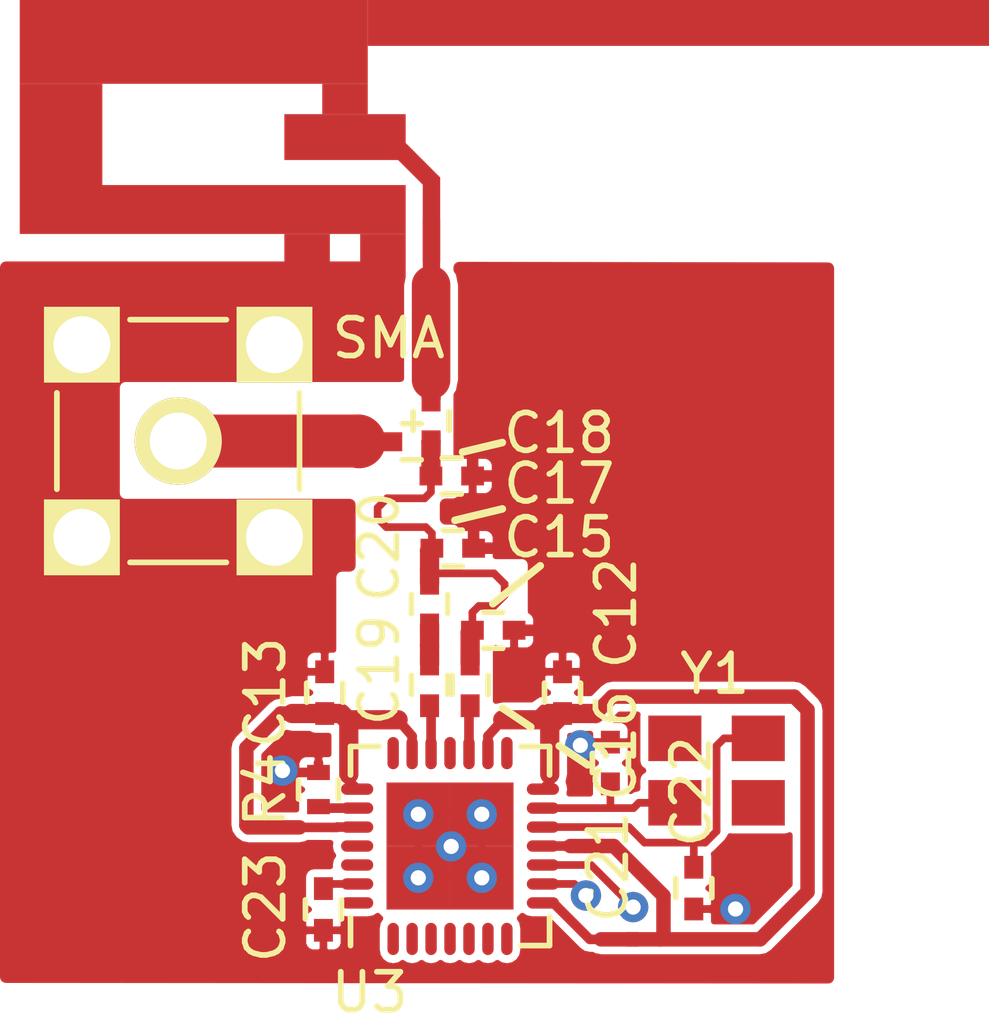
<source format=kicad_pcb>
(kicad_pcb (version 20170123) (host pcbnew "(2017-05-18 revision 2a3a699d9)-master")

  (general
    (links 45)
    (no_connects 4)
    (area 126 65.9276 152.2524 93.2949)
    (thickness 0.8)
    (drawings 5)
    (tracks 190)
    (zones 0)
    (modules 18)
    (nets 24)
  )

  (page A4)
  (layers
    (0 F.Cu signal)
    (31 B.Cu signal)
    (32 B.Adhes user)
    (33 F.Adhes user)
    (34 B.Paste user)
    (35 F.Paste user)
    (36 B.SilkS user)
    (37 F.SilkS user)
    (38 B.Mask user)
    (39 F.Mask user)
    (40 Dwgs.User user)
    (41 Cmts.User user)
    (42 Eco1.User user)
    (43 Eco2.User user)
    (44 Edge.Cuts user)
    (45 Margin user)
    (46 B.CrtYd user)
    (47 F.CrtYd user)
    (48 B.Fab user)
    (49 F.Fab user hide)
  )

  (setup
    (last_trace_width 0.2032)
    (user_trace_width 0.2032)
    (user_trace_width 0.254)
    (user_trace_width 0.3048)
    (user_trace_width 0.381)
    (user_trace_width 0.4572)
    (user_trace_width 0.508)
    (user_trace_width 1.016)
    (user_trace_width 1.397)
    (trace_clearance 0.1524)
    (zone_clearance 0.2032)
    (zone_45_only no)
    (trace_min 0.2032)
    (segment_width 0.2)
    (edge_width 0.15)
    (via_size 0.8)
    (via_drill 0.4)
    (via_min_size 0.4572)
    (via_min_drill 0.3048)
    (user_via 0.5842 0.381)
    (uvia_size 0.3)
    (uvia_drill 0.1)
    (uvias_allowed no)
    (uvia_min_size 0)
    (uvia_min_drill 0)
    (pcb_text_width 0.3)
    (pcb_text_size 1.5 1.5)
    (mod_edge_width 0.15)
    (mod_text_size 1 1)
    (mod_text_width 0.15)
    (pad_size 2 2)
    (pad_drill 1.5)
    (pad_to_mask_clearance 0.2)
    (aux_axis_origin 83 117)
    (grid_origin 83 117)
    (visible_elements FFFFFF7F)
    (pcbplotparams
      (layerselection 0x010f0_ffffffff)
      (usegerberextensions true)
      (excludeedgelayer true)
      (linewidth 0.100000)
      (plotframeref false)
      (viasonmask false)
      (mode 1)
      (useauxorigin false)
      (hpglpennumber 1)
      (hpglpenspeed 20)
      (hpglpendiameter 15)
      (psnegative false)
      (psa4output false)
      (plotreference true)
      (plotvalue true)
      (plotinvisibletext false)
      (padsonsilk false)
      (subtractmaskfromsilk false)
      (outputformat 1)
      (mirror false)
      (drillshape 0)
      (scaleselection 1)
      (outputdirectory ""))
  )

  (net 0 "")
  (net 1 GND)
  (net 2 "Net-(A1-Pad1)")
  (net 3 /Radio/RF_VDD)
  (net 4 "Net-(C15-Pad1)")
  (net 5 "Net-(C16-Pad2)")
  (net 6 "Net-(C19-Pad2)")
  (net 7 "Net-(C21-Pad1)")
  (net 8 "Net-(C22-Pad1)")
  (net 9 "Net-(C23-Pad1)")
  (net 10 "Net-(JP3-Pad1)")
  (net 11 "Net-(R4-Pad1)")
  (net 12 /Radio/RF_MISO)
  (net 13 /Radio/RF_MOSI)
  (net 14 /Radio/RF_nPDN)
  (net 15 /Radio/RF_nRST)
  (net 16 /Radio/RF_GPIO0)
  (net 17 /Radio/RF_GPIO1)
  (net 18 /Radio/RF_GPIO2)
  (net 19 /Radio/RF_GPIO3)
  (net 20 /Radio/RF_GPIO4)
  (net 21 /Radio/RF_GPIO5)
  (net 22 /Radio/RF_SCK)
  (net 23 /Radio/RF_nCS)

  (net_class Default "Это класс цепей по умолчанию."
    (clearance 0.1524)
    (trace_width 0.2032)
    (via_dia 0.8)
    (via_drill 0.4)
    (uvia_dia 0.3)
    (uvia_drill 0.1)
    (add_net /Radio/RF_GPIO0)
    (add_net /Radio/RF_GPIO1)
    (add_net /Radio/RF_GPIO2)
    (add_net /Radio/RF_GPIO3)
    (add_net /Radio/RF_GPIO4)
    (add_net /Radio/RF_GPIO5)
    (add_net /Radio/RF_MCO)
    (add_net /Radio/RF_MISO)
    (add_net /Radio/RF_MOSI)
    (add_net /Radio/RF_SCK)
    (add_net /Radio/RF_VDD)
    (add_net /Radio/RF_nCS)
    (add_net /Radio/RF_nPDN)
    (add_net /Radio/RF_nRST)
    (add_net GND)
    (add_net "Net-(A1-Pad1)")
    (add_net "Net-(C15-Pad1)")
    (add_net "Net-(C16-Pad2)")
    (add_net "Net-(C19-Pad2)")
    (add_net "Net-(C21-Pad1)")
    (add_net "Net-(C22-Pad1)")
    (add_net "Net-(C23-Pad1)")
    (add_net "Net-(JP3-Pad1)")
    (add_net "Net-(R4-Pad1)")
  )

  (module Capacitors_SMD:C_0402 (layer F.Cu) (tedit 5415D599) (tstamp 57A5496F)
    (at 140.837184 84.34542 90)
    (descr "Capacitor SMD 0402, reflow soldering, AVX (see smccp.pdf)")
    (tags "capacitor 0402")
    (path /57A536C5/57A557C3)
    (attr smd)
    (fp_text reference C12 (at 2.09542 1.412816 90) (layer F.SilkS)
      (effects (font (size 1 1) (thickness 0.15)))
    )
    (fp_text value 100nF (at 0 1.7 90) (layer F.Fab)
      (effects (font (size 1 1) (thickness 0.15)))
    )
    (fp_line (start -1.15 -0.6) (end 1.15 -0.6) (layer F.CrtYd) (width 0.05))
    (fp_line (start -1.15 0.6) (end 1.15 0.6) (layer F.CrtYd) (width 0.05))
    (fp_line (start -1.15 -0.6) (end -1.15 0.6) (layer F.CrtYd) (width 0.05))
    (fp_line (start 1.15 -0.6) (end 1.15 0.6) (layer F.CrtYd) (width 0.05))
    (fp_line (start 0.25 -0.475) (end -0.25 -0.475) (layer F.SilkS) (width 0.15))
    (fp_line (start -0.25 0.475) (end 0.25 0.475) (layer F.SilkS) (width 0.15))
    (pad 1 smd rect (at -0.55 0 90) (size 0.6 0.5) (layers F.Cu F.Paste F.Mask)
      (net 3 /Radio/RF_VDD))
    (pad 2 smd rect (at 0.55 0 90) (size 0.6 0.5) (layers F.Cu F.Paste F.Mask)
      (net 1 GND))
    (model Capacitors_SMD.3dshapes/C_0402.wrl
      (at (xyz 0 0 0))
      (scale (xyz 1 1 1))
      (rotate (xyz 0 0 0))
    )
  )

  (module Capacitors_SMD:C_0402 (layer F.Cu) (tedit 5415D599) (tstamp 57A54975)
    (at 134.564654 84.345367 90)
    (descr "Capacitor SMD 0402, reflow soldering, AVX (see smccp.pdf)")
    (tags "capacitor 0402")
    (path /57A536C5/57A56098)
    (attr smd)
    (fp_text reference C13 (at 0 -1.564654 90) (layer F.SilkS)
      (effects (font (size 1 1) (thickness 0.15)))
    )
    (fp_text value 100nF (at 0 1.7 90) (layer F.Fab)
      (effects (font (size 1 1) (thickness 0.15)))
    )
    (fp_line (start -1.15 -0.6) (end 1.15 -0.6) (layer F.CrtYd) (width 0.05))
    (fp_line (start -1.15 0.6) (end 1.15 0.6) (layer F.CrtYd) (width 0.05))
    (fp_line (start -1.15 -0.6) (end -1.15 0.6) (layer F.CrtYd) (width 0.05))
    (fp_line (start 1.15 -0.6) (end 1.15 0.6) (layer F.CrtYd) (width 0.05))
    (fp_line (start 0.25 -0.475) (end -0.25 -0.475) (layer F.SilkS) (width 0.15))
    (fp_line (start -0.25 0.475) (end 0.25 0.475) (layer F.SilkS) (width 0.15))
    (pad 1 smd rect (at -0.55 0 90) (size 0.6 0.5) (layers F.Cu F.Paste F.Mask)
      (net 3 /Radio/RF_VDD))
    (pad 2 smd rect (at 0.55 0 90) (size 0.6 0.5) (layers F.Cu F.Paste F.Mask)
      (net 1 GND))
    (model Capacitors_SMD.3dshapes/C_0402.wrl
      (at (xyz 0 0 0))
      (scale (xyz 1 1 1))
      (rotate (xyz 0 0 0))
    )
  )

  (module Capacitors_SMD:C_0402 (layer F.Cu) (tedit 5415D599) (tstamp 57A54981)
    (at 139.01 82.7)
    (descr "Capacitor SMD 0402, reflow soldering, AVX (see smccp.pdf)")
    (tags "capacitor 0402")
    (path /57A536C5/57A571ED)
    (attr smd)
    (fp_text reference C15 (at 1.74 -2.45) (layer F.SilkS)
      (effects (font (size 1 1) (thickness 0.15)))
    )
    (fp_text value 1.8pF (at 0 1.7) (layer F.Fab)
      (effects (font (size 1 1) (thickness 0.15)))
    )
    (fp_line (start -1.15 -0.6) (end 1.15 -0.6) (layer F.CrtYd) (width 0.05))
    (fp_line (start -1.15 0.6) (end 1.15 0.6) (layer F.CrtYd) (width 0.05))
    (fp_line (start -1.15 -0.6) (end -1.15 0.6) (layer F.CrtYd) (width 0.05))
    (fp_line (start 1.15 -0.6) (end 1.15 0.6) (layer F.CrtYd) (width 0.05))
    (fp_line (start 0.25 -0.475) (end -0.25 -0.475) (layer F.SilkS) (width 0.15))
    (fp_line (start -0.25 0.475) (end 0.25 0.475) (layer F.SilkS) (width 0.15))
    (pad 1 smd rect (at -0.55 0) (size 0.6 0.5) (layers F.Cu F.Paste F.Mask)
      (net 4 "Net-(C15-Pad1)"))
    (pad 2 smd rect (at 0.55 0) (size 0.6 0.5) (layers F.Cu F.Paste F.Mask)
      (net 1 GND))
    (model Capacitors_SMD.3dshapes/C_0402.wrl
      (at (xyz 0 0 0))
      (scale (xyz 1 1 1))
      (rotate (xyz 0 0 0))
    )
  )

  (module Capacitors_SMD:C_0402 (layer F.Cu) (tedit 5415D599) (tstamp 57A54987)
    (at 138.4 84.14 270)
    (descr "Capacitor SMD 0402, reflow soldering, AVX (see smccp.pdf)")
    (tags "capacitor 0402")
    (path /57A536C5/57A56F4F)
    (attr smd)
    (fp_text reference C16 (at 1.61 -3.85 270) (layer F.SilkS)
      (effects (font (size 1 1) (thickness 0.15)))
    )
    (fp_text value 39pF (at 0 1.7 270) (layer F.Fab)
      (effects (font (size 1 1) (thickness 0.15)))
    )
    (fp_line (start -1.15 -0.6) (end 1.15 -0.6) (layer F.CrtYd) (width 0.05))
    (fp_line (start -1.15 0.6) (end 1.15 0.6) (layer F.CrtYd) (width 0.05))
    (fp_line (start -1.15 -0.6) (end -1.15 0.6) (layer F.CrtYd) (width 0.05))
    (fp_line (start 1.15 -0.6) (end 1.15 0.6) (layer F.CrtYd) (width 0.05))
    (fp_line (start 0.25 -0.475) (end -0.25 -0.475) (layer F.SilkS) (width 0.15))
    (fp_line (start -0.25 0.475) (end 0.25 0.475) (layer F.SilkS) (width 0.15))
    (pad 1 smd rect (at -0.55 0 270) (size 0.6 0.5) (layers F.Cu F.Paste F.Mask)
      (net 4 "Net-(C15-Pad1)"))
    (pad 2 smd rect (at 0.55 0 270) (size 0.6 0.5) (layers F.Cu F.Paste F.Mask)
      (net 5 "Net-(C16-Pad2)"))
    (model Capacitors_SMD.3dshapes/C_0402.wrl
      (at (xyz 0 0 0))
      (scale (xyz 1 1 1))
      (rotate (xyz 0 0 0))
    )
  )

  (module Capacitors_SMD:C_0402 (layer F.Cu) (tedit 5415D599) (tstamp 57A5498D)
    (at 137.941547 80.5366)
    (descr "Capacitor SMD 0402, reflow soldering, AVX (see smccp.pdf)")
    (tags "capacitor 0402")
    (path /57A536C5/57A57AF4)
    (attr smd)
    (fp_text reference C17 (at 2.808453 -1.7) (layer F.SilkS)
      (effects (font (size 1 1) (thickness 0.15)))
    )
    (fp_text value 1.8pF (at 0 1.7) (layer F.Fab)
      (effects (font (size 1 1) (thickness 0.15)))
    )
    (fp_line (start -1.15 -0.6) (end 1.15 -0.6) (layer F.CrtYd) (width 0.05))
    (fp_line (start -1.15 0.6) (end 1.15 0.6) (layer F.CrtYd) (width 0.05))
    (fp_line (start -1.15 -0.6) (end -1.15 0.6) (layer F.CrtYd) (width 0.05))
    (fp_line (start 1.15 -0.6) (end 1.15 0.6) (layer F.CrtYd) (width 0.05))
    (fp_line (start 0.25 -0.475) (end -0.25 -0.475) (layer F.SilkS) (width 0.15))
    (fp_line (start -0.25 0.475) (end 0.25 0.475) (layer F.SilkS) (width 0.15))
    (pad 1 smd rect (at -0.55 0) (size 0.6 0.5) (layers F.Cu F.Paste F.Mask)
      (net 4 "Net-(C15-Pad1)"))
    (pad 2 smd rect (at 0.55 0) (size 0.6 0.5) (layers F.Cu F.Paste F.Mask)
      (net 1 GND))
    (model Capacitors_SMD.3dshapes/C_0402.wrl
      (at (xyz 0 0 0))
      (scale (xyz 1 1 1))
      (rotate (xyz 0 0 0))
    )
  )

  (module Capacitors_SMD:C_0402 (layer F.Cu) (tedit 5415D599) (tstamp 57A54993)
    (at 137.915967 78.6316)
    (descr "Capacitor SMD 0402, reflow soldering, AVX (see smccp.pdf)")
    (tags "capacitor 0402")
    (path /57A536C5/57A57D99)
    (attr smd)
    (fp_text reference C18 (at 2.834033 -1.1316) (layer F.SilkS)
      (effects (font (size 1 1) (thickness 0.15)))
    )
    (fp_text value 1pF (at 0 1.7) (layer F.Fab)
      (effects (font (size 1 1) (thickness 0.15)))
    )
    (fp_line (start -1.15 -0.6) (end 1.15 -0.6) (layer F.CrtYd) (width 0.05))
    (fp_line (start -1.15 0.6) (end 1.15 0.6) (layer F.CrtYd) (width 0.05))
    (fp_line (start -1.15 -0.6) (end -1.15 0.6) (layer F.CrtYd) (width 0.05))
    (fp_line (start 1.15 -0.6) (end 1.15 0.6) (layer F.CrtYd) (width 0.05))
    (fp_line (start 0.25 -0.475) (end -0.25 -0.475) (layer F.SilkS) (width 0.15))
    (fp_line (start -0.25 0.475) (end 0.25 0.475) (layer F.SilkS) (width 0.15))
    (pad 1 smd rect (at -0.55 0) (size 0.6 0.5) (layers F.Cu F.Paste F.Mask)
      (net 4 "Net-(C15-Pad1)"))
    (pad 2 smd rect (at 0.55 0) (size 0.6 0.5) (layers F.Cu F.Paste F.Mask)
      (net 1 GND))
    (model Capacitors_SMD.3dshapes/C_0402.wrl
      (at (xyz 0 0 0))
      (scale (xyz 1 1 1))
      (rotate (xyz 0 0 0))
    )
  )

  (module Capacitors_SMD:C_0402 (layer F.Cu) (tedit 57A5CAF4) (tstamp 57A54999)
    (at 137.33 84.14 270)
    (descr "Capacitor SMD 0402, reflow soldering, AVX (see smccp.pdf)")
    (tags "capacitor 0402")
    (path /57A536C5/57A56C52)
    (attr smd)
    (fp_text reference C19 (at -0.39 1.33 270) (layer F.SilkS)
      (effects (font (size 1 1) (thickness 0.15)))
    )
    (fp_text value 82pF (at 0 1.7 270) (layer F.Fab)
      (effects (font (size 1 1) (thickness 0.15)))
    )
    (fp_line (start -1.15 -0.6) (end 1.15 -0.6) (layer F.CrtYd) (width 0.05))
    (fp_line (start -1.15 0.6) (end 1.15 0.6) (layer F.CrtYd) (width 0.05))
    (fp_line (start -1.15 -0.6) (end -1.15 0.6) (layer F.CrtYd) (width 0.05))
    (fp_line (start 1.15 -0.6) (end 1.15 0.6) (layer F.CrtYd) (width 0.05))
    (fp_line (start 0.25 -0.475) (end -0.25 -0.475) (layer F.SilkS) (width 0.15))
    (fp_line (start -0.25 0.475) (end 0.25 0.475) (layer F.SilkS) (width 0.15))
    (pad 1 smd rect (at -0.55 0 270) (size 0.6 0.5) (layers F.Cu F.Paste F.Mask)
      (net 1 GND))
    (pad 2 smd rect (at 0.55 0 270) (size 0.6 0.5) (layers F.Cu F.Paste F.Mask)
      (net 6 "Net-(C19-Pad2)"))
    (model Capacitors_SMD.3dshapes/C_0402.wrl
      (at (xyz 0 0 0))
      (scale (xyz 1 1 1))
      (rotate (xyz 0 0 0))
    )
  )

  (module Capacitors_SMD:C_0402 (layer F.Cu) (tedit 5415D599) (tstamp 57A5499F)
    (at 137.33 82.01 270)
    (descr "Capacitor SMD 0402, reflow soldering, AVX (see smccp.pdf)")
    (tags "capacitor 0402")
    (path /57A536C5/57A57456)
    (attr smd)
    (fp_text reference C20 (at -1.51 1.33 270) (layer F.SilkS)
      (effects (font (size 1 1) (thickness 0.15)))
    )
    (fp_text value 1.5pF (at 0 1.7 270) (layer F.Fab)
      (effects (font (size 1 1) (thickness 0.15)))
    )
    (fp_line (start -1.15 -0.6) (end 1.15 -0.6) (layer F.CrtYd) (width 0.05))
    (fp_line (start -1.15 0.6) (end 1.15 0.6) (layer F.CrtYd) (width 0.05))
    (fp_line (start -1.15 -0.6) (end -1.15 0.6) (layer F.CrtYd) (width 0.05))
    (fp_line (start 1.15 -0.6) (end 1.15 0.6) (layer F.CrtYd) (width 0.05))
    (fp_line (start 0.25 -0.475) (end -0.25 -0.475) (layer F.SilkS) (width 0.15))
    (fp_line (start -0.25 0.475) (end 0.25 0.475) (layer F.SilkS) (width 0.15))
    (pad 1 smd rect (at -0.55 0 270) (size 0.6 0.5) (layers F.Cu F.Paste F.Mask)
      (net 4 "Net-(C15-Pad1)"))
    (pad 2 smd rect (at 0.55 0 270) (size 0.6 0.5) (layers F.Cu F.Paste F.Mask)
      (net 1 GND))
    (model Capacitors_SMD.3dshapes/C_0402.wrl
      (at (xyz 0 0 0))
      (scale (xyz 1 1 1))
      (rotate (xyz 0 0 0))
    )
  )

  (module Capacitors_SMD:C_0402 (layer F.Cu) (tedit 5415D599) (tstamp 57A549A5)
    (at 142.1 86.2 90)
    (descr "Capacitor SMD 0402, reflow soldering, AVX (see smccp.pdf)")
    (tags "capacitor 0402")
    (path /57A536C5/57A5475D)
    (attr smd)
    (fp_text reference C21 (at -2.743747 -0.06294 90) (layer F.SilkS)
      (effects (font (size 1 1) (thickness 0.15)))
    )
    (fp_text value 22pF (at 0 1.7 90) (layer F.Fab)
      (effects (font (size 1 1) (thickness 0.15)))
    )
    (fp_line (start -1.15 -0.6) (end 1.15 -0.6) (layer F.CrtYd) (width 0.05))
    (fp_line (start -1.15 0.6) (end 1.15 0.6) (layer F.CrtYd) (width 0.05))
    (fp_line (start -1.15 -0.6) (end -1.15 0.6) (layer F.CrtYd) (width 0.05))
    (fp_line (start 1.15 -0.6) (end 1.15 0.6) (layer F.CrtYd) (width 0.05))
    (fp_line (start 0.25 -0.475) (end -0.25 -0.475) (layer F.SilkS) (width 0.15))
    (fp_line (start -0.25 0.475) (end 0.25 0.475) (layer F.SilkS) (width 0.15))
    (pad 1 smd rect (at -0.55 0 90) (size 0.6 0.5) (layers F.Cu F.Paste F.Mask)
      (net 7 "Net-(C21-Pad1)"))
    (pad 2 smd rect (at 0.55 0 90) (size 0.6 0.5) (layers F.Cu F.Paste F.Mask)
      (net 1 GND))
    (model Capacitors_SMD.3dshapes/C_0402.wrl
      (at (xyz 0 0 0))
      (scale (xyz 1 1 1))
      (rotate (xyz 0 0 0))
    )
  )

  (module Capacitors_SMD:C_0402 (layer F.Cu) (tedit 5415D599) (tstamp 57A549AB)
    (at 144.3 89.5 270)
    (descr "Capacitor SMD 0402, reflow soldering, AVX (see smccp.pdf)")
    (tags "capacitor 0402")
    (path /57A536C5/57A547B8)
    (attr smd)
    (fp_text reference C22 (at -2.546273 0.06294 270) (layer F.SilkS)
      (effects (font (size 1 1) (thickness 0.15)))
    )
    (fp_text value 22pF (at 0 1.7 270) (layer F.Fab)
      (effects (font (size 1 1) (thickness 0.15)))
    )
    (fp_line (start -1.15 -0.6) (end 1.15 -0.6) (layer F.CrtYd) (width 0.05))
    (fp_line (start -1.15 0.6) (end 1.15 0.6) (layer F.CrtYd) (width 0.05))
    (fp_line (start -1.15 -0.6) (end -1.15 0.6) (layer F.CrtYd) (width 0.05))
    (fp_line (start 1.15 -0.6) (end 1.15 0.6) (layer F.CrtYd) (width 0.05))
    (fp_line (start 0.25 -0.475) (end -0.25 -0.475) (layer F.SilkS) (width 0.15))
    (fp_line (start -0.25 0.475) (end 0.25 0.475) (layer F.SilkS) (width 0.15))
    (pad 1 smd rect (at -0.55 0 270) (size 0.6 0.5) (layers F.Cu F.Paste F.Mask)
      (net 8 "Net-(C22-Pad1)"))
    (pad 2 smd rect (at 0.55 0 270) (size 0.6 0.5) (layers F.Cu F.Paste F.Mask)
      (net 1 GND))
    (model Capacitors_SMD.3dshapes/C_0402.wrl
      (at (xyz 0 0 0))
      (scale (xyz 1 1 1))
      (rotate (xyz 0 0 0))
    )
  )

  (module Capacitors_SMD:C_0402 (layer F.Cu) (tedit 5415D599) (tstamp 57A549B1)
    (at 134.53106 90.061927 270)
    (descr "Capacitor SMD 0402, reflow soldering, AVX (see smccp.pdf)")
    (tags "capacitor 0402")
    (path /57A536C5/57A55239)
    (attr smd)
    (fp_text reference C23 (at -0.061927 1.53106 270) (layer F.SilkS)
      (effects (font (size 1 1) (thickness 0.15)))
    )
    (fp_text value 100nF (at 0 1.7 270) (layer F.Fab)
      (effects (font (size 1 1) (thickness 0.15)))
    )
    (fp_line (start -1.15 -0.6) (end 1.15 -0.6) (layer F.CrtYd) (width 0.05))
    (fp_line (start -1.15 0.6) (end 1.15 0.6) (layer F.CrtYd) (width 0.05))
    (fp_line (start -1.15 -0.6) (end -1.15 0.6) (layer F.CrtYd) (width 0.05))
    (fp_line (start 1.15 -0.6) (end 1.15 0.6) (layer F.CrtYd) (width 0.05))
    (fp_line (start 0.25 -0.475) (end -0.25 -0.475) (layer F.SilkS) (width 0.15))
    (fp_line (start -0.25 0.475) (end 0.25 0.475) (layer F.SilkS) (width 0.15))
    (pad 1 smd rect (at -0.55 0 270) (size 0.6 0.5) (layers F.Cu F.Paste F.Mask)
      (net 9 "Net-(C23-Pad1)"))
    (pad 2 smd rect (at 0.55 0 270) (size 0.6 0.5) (layers F.Cu F.Paste F.Mask)
      (net 1 GND))
    (model Capacitors_SMD.3dshapes/C_0402.wrl
      (at (xyz 0 0 0))
      (scale (xyz 1 1 1))
      (rotate (xyz 0 0 0))
    )
  )

  (module dongle:SMA (layer F.Cu) (tedit 57A9D72A) (tstamp 57A549FD)
    (at 130.7 77.71)
    (path /57A536C5/591CA5D6)
    (fp_text reference P3 (at -2.95 4.54) (layer F.SilkS) hide
      (effects (font (size 1 1) (thickness 0.15)))
    )
    (fp_text value SMA (at 5.55 -2.71) (layer F.SilkS)
      (effects (font (size 1 1) (thickness 0.15)))
    )
    (fp_line (start -1.27 -3.2) (end 1.27 -3.2) (layer F.SilkS) (width 0.15))
    (fp_line (start 3.2 -1.27) (end 3.2 1.27) (layer F.SilkS) (width 0.15))
    (fp_line (start 1.27 3.2) (end -1.27 3.2) (layer F.SilkS) (width 0.15))
    (fp_line (start -3.2 1.27) (end -3.2 -1.27) (layer F.SilkS) (width 0.15))
    (pad 2 thru_hole rect (at 2.54 -2.54) (size 2 2) (drill 1.5) (layers *.Cu *.Mask F.SilkS)
      (net 1 GND) (zone_connect 2))
    (pad 2 thru_hole rect (at -2.54 -2.54) (size 2 2) (drill 1.5) (layers *.Cu *.Mask F.SilkS)
      (net 1 GND) (zone_connect 2))
    (pad 2 thru_hole rect (at -2.54 2.54) (size 2 2) (drill 1.5) (layers *.Cu *.Mask F.SilkS)
      (net 1 GND) (zone_connect 2))
    (pad 2 thru_hole rect (at 2.54 2.54) (size 2 2) (drill 1.5) (layers *.Cu *.Mask F.SilkS)
      (net 1 GND) (zone_connect 2))
    (pad 1 thru_hole circle (at 0 0) (size 2.3 2.3) (drill 1.5) (layers *.Cu *.Mask F.SilkS)
      (net 10 "Net-(JP3-Pad1)"))
  )

  (module Resistors_SMD:R_0402 (layer F.Cu) (tedit 5415CBB8) (tstamp 57A54A15)
    (at 134.4 86.9 90)
    (descr "Resistor SMD 0402, reflow soldering, Vishay (see dcrcw.pdf)")
    (tags "resistor 0402")
    (path /57A536C5/57A54E9C)
    (attr smd)
    (fp_text reference R4 (at 0 -1.4 90) (layer F.SilkS)
      (effects (font (size 1 1) (thickness 0.15)))
    )
    (fp_text value 56k (at 0 1.8 90) (layer F.Fab)
      (effects (font (size 1 1) (thickness 0.15)))
    )
    (fp_line (start -0.95 -0.65) (end 0.95 -0.65) (layer F.CrtYd) (width 0.05))
    (fp_line (start -0.95 0.65) (end 0.95 0.65) (layer F.CrtYd) (width 0.05))
    (fp_line (start -0.95 -0.65) (end -0.95 0.65) (layer F.CrtYd) (width 0.05))
    (fp_line (start 0.95 -0.65) (end 0.95 0.65) (layer F.CrtYd) (width 0.05))
    (fp_line (start 0.25 -0.525) (end -0.25 -0.525) (layer F.SilkS) (width 0.15))
    (fp_line (start -0.25 0.525) (end 0.25 0.525) (layer F.SilkS) (width 0.15))
    (pad 1 smd rect (at -0.45 0 90) (size 0.4 0.6) (layers F.Cu F.Paste F.Mask)
      (net 11 "Net-(R4-Pad1)"))
    (pad 2 smd rect (at 0.45 0 90) (size 0.4 0.6) (layers F.Cu F.Paste F.Mask)
      (net 1 GND))
    (model Resistors_SMD.3dshapes/R_0402.wrl
      (at (xyz 0 0 0))
      (scale (xyz 1 1 1))
      (rotate (xyz 0 0 0))
    )
  )

  (module Housings_DFN_QFN:QFN-28-1EP_5x5mm_Pitch0.5mm (layer F.Cu) (tedit 57A5C990) (tstamp 57A54A7B)
    (at 137.87 88.39 90)
    (descr "28-Lead Plastic Quad Flat, No Lead Package (MQ) - 5x5x0.9 mm Body [QFN or VQFN]; (see Microchip Packaging Specification 00000049BS.pdf)")
    (tags "QFN 0.5")
    (path /57A536C5/591CAF8D)
    (attr smd)
    (fp_text reference U3 (at -3.86 -2.12 180) (layer F.SilkS)
      (effects (font (size 1 1) (thickness 0.15)))
    )
    (fp_text value CC2520 (at 0 3.875 90) (layer F.Fab)
      (effects (font (size 1 1) (thickness 0.15)))
    )
    (fp_line (start -3.15 -3.15) (end -3.15 3.15) (layer F.CrtYd) (width 0.05))
    (fp_line (start 3.15 -3.15) (end 3.15 3.15) (layer F.CrtYd) (width 0.05))
    (fp_line (start -3.15 -3.15) (end 3.15 -3.15) (layer F.CrtYd) (width 0.05))
    (fp_line (start -3.15 3.15) (end 3.15 3.15) (layer F.CrtYd) (width 0.05))
    (fp_line (start 2.625 -2.625) (end 2.625 -1.875) (layer F.SilkS) (width 0.15))
    (fp_line (start -2.625 2.625) (end -2.625 1.875) (layer F.SilkS) (width 0.15))
    (fp_line (start 2.625 2.625) (end 2.625 1.875) (layer F.SilkS) (width 0.15))
    (fp_line (start -2.625 -2.625) (end -1.875 -2.625) (layer F.SilkS) (width 0.15))
    (fp_line (start -2.625 2.625) (end -1.875 2.625) (layer F.SilkS) (width 0.15))
    (fp_line (start 2.625 2.625) (end 1.875 2.625) (layer F.SilkS) (width 0.15))
    (fp_line (start 2.625 -2.625) (end 1.875 -2.625) (layer F.SilkS) (width 0.15))
    (pad 1 smd oval (at -2.45 -1.5 90) (size 0.85 0.3) (layers F.Cu F.Paste F.Mask)
      (net 12 /Radio/RF_MISO))
    (pad 2 smd oval (at -2.45 -1 90) (size 0.85 0.3) (layers F.Cu F.Paste F.Mask)
      (net 13 /Radio/RF_MOSI))
    (pad 3 smd oval (at -2.45 -0.5 90) (size 0.85 0.3) (layers F.Cu F.Paste F.Mask)
      (net 23 /Radio/RF_nCS))
    (pad 4 smd oval (at -2.45 0 90) (size 0.85 0.3) (layers F.Cu F.Paste F.Mask)
      (net 21 /Radio/RF_GPIO5))
    (pad 5 smd oval (at -2.45 0.5 90) (size 0.85 0.3) (layers F.Cu F.Paste F.Mask)
      (net 20 /Radio/RF_GPIO4))
    (pad 6 smd oval (at -2.45 1 90) (size 0.85 0.3) (layers F.Cu F.Paste F.Mask)
      (net 19 /Radio/RF_GPIO3))
    (pad 7 smd oval (at -2.45 1.5 90) (size 0.85 0.3) (layers F.Cu F.Paste F.Mask)
      (net 18 /Radio/RF_GPIO2))
    (pad 8 smd oval (at -1.5 2.45 180) (size 0.85 0.3) (layers F.Cu F.Paste F.Mask)
      (net 3 /Radio/RF_VDD))
    (pad 9 smd oval (at -1 2.45 180) (size 0.85 0.3) (layers F.Cu F.Paste F.Mask)
      (net 17 /Radio/RF_GPIO1))
    (pad 10 smd oval (at -0.5 2.45 180) (size 0.85 0.3) (layers F.Cu F.Paste F.Mask)
      (net 16 /Radio/RF_GPIO0))
    (pad 11 smd oval (at 0 2.45 180) (size 0.85 0.3) (layers F.Cu F.Paste F.Mask)
      (net 3 /Radio/RF_VDD))
    (pad 12 smd oval (at 0.5 2.45 180) (size 0.85 0.3) (layers F.Cu F.Paste F.Mask)
      (net 8 "Net-(C22-Pad1)"))
    (pad 13 smd oval (at 1 2.45 180) (size 0.85 0.3) (layers F.Cu F.Paste F.Mask)
      (net 7 "Net-(C21-Pad1)"))
    (pad 14 smd oval (at 1.5 2.45 180) (size 0.85 0.3) (layers F.Cu F.Paste F.Mask)
      (net 3 /Radio/RF_VDD))
    (pad 15 smd oval (at 2.45 1.5 90) (size 0.85 0.3) (layers F.Cu F.Paste F.Mask))
    (pad 16 smd oval (at 2.45 1 90) (size 0.85 0.3) (layers F.Cu F.Paste F.Mask)
      (net 3 /Radio/RF_VDD))
    (pad 17 smd oval (at 2.45 0.5 90) (size 0.85 0.3) (layers F.Cu F.Paste F.Mask)
      (net 5 "Net-(C16-Pad2)"))
    (pad 18 smd oval (at 2.45 0 90) (size 0.85 0.3) (layers F.Cu F.Paste F.Mask))
    (pad 19 smd oval (at 2.45 -0.5 90) (size 0.85 0.3) (layers F.Cu F.Paste F.Mask)
      (net 6 "Net-(C19-Pad2)"))
    (pad 20 smd oval (at 2.45 -1 90) (size 0.85 0.3) (layers F.Cu F.Paste F.Mask)
      (net 3 /Radio/RF_VDD))
    (pad 21 smd oval (at 2.45 -1.5 90) (size 0.85 0.3) (layers F.Cu F.Paste F.Mask))
    (pad 22 smd oval (at 1.5 -2.45 180) (size 0.85 0.3) (layers F.Cu F.Paste F.Mask)
      (net 3 /Radio/RF_VDD))
    (pad 23 smd oval (at 1 -2.45 180) (size 0.85 0.3) (layers F.Cu F.Paste F.Mask)
      (net 11 "Net-(R4-Pad1)"))
    (pad 24 smd oval (at 0.5 -2.45 180) (size 0.85 0.3) (layers F.Cu F.Paste F.Mask)
      (net 3 /Radio/RF_VDD))
    (pad 25 smd oval (at 0 -2.45 180) (size 0.85 0.3) (layers F.Cu F.Paste F.Mask)
      (net 15 /Radio/RF_nRST))
    (pad 26 smd oval (at -0.5 -2.45 180) (size 0.85 0.3) (layers F.Cu F.Paste F.Mask)
      (net 14 /Radio/RF_nPDN))
    (pad 27 smd oval (at -1 -2.45 180) (size 0.85 0.3) (layers F.Cu F.Paste F.Mask)
      (net 9 "Net-(C23-Pad1)"))
    (pad 28 smd oval (at -1.5 -2.45 180) (size 0.85 0.3) (layers F.Cu F.Paste F.Mask)
      (net 22 /Radio/RF_SCK))
    (pad 29 smd rect (at 0.8375 0.8375 90) (size 1.675 1.675) (layers F.Cu F.Paste F.Mask)
      (net 1 GND) (solder_paste_margin_ratio -0.2))
    (pad 29 smd rect (at 0.8375 -0.8375 90) (size 1.675 1.675) (layers F.Cu F.Paste F.Mask)
      (net 1 GND) (solder_paste_margin_ratio -0.2))
    (pad 29 smd rect (at -0.8375 0.8375 90) (size 1.675 1.675) (layers F.Cu F.Paste F.Mask)
      (net 1 GND) (solder_paste_margin_ratio -0.2))
    (pad 29 smd rect (at -0.8375 -0.8375 90) (size 1.675 1.675) (layers F.Cu F.Paste F.Mask)
      (net 1 GND) (solder_paste_margin_ratio -0.2))
    (model Housings_DFN_QFN.3dshapes/QFN-28-1EP_5x5mm_Pitch0.5mm.wrl
      (at (xyz 0 0 0))
      (scale (xyz 1 1 1))
      (rotate (xyz 0 0 0))
    )
  )

  (module dongle:Crystal_3225 (layer F.Cu) (tedit 57A542E9) (tstamp 57A54A83)
    (at 144.9 86.4)
    (path /57A536C5/57A54618)
    (fp_text reference Y1 (at -0.05 -2.55) (layer F.SilkS)
      (effects (font (size 1 1) (thickness 0.15)))
    )
    (fp_text value 32MHz (at 0 0) (layer F.Fab)
      (effects (font (size 1 1) (thickness 0.15)))
    )
    (pad 1 smd rect (at -1.1 0.85) (size 1.4 1.2) (layers F.Cu F.Paste F.Mask)
      (net 7 "Net-(C21-Pad1)"))
    (pad 2 smd rect (at 1.1 -0.85) (size 1.4 1.2) (layers F.Cu F.Paste F.Mask)
      (net 8 "Net-(C22-Pad1)"))
    (pad "" smd rect (at 1.1 0.85) (size 1.4 1.2) (layers F.Cu F.Paste F.Mask))
    (pad "" smd rect (at -1.1 -0.85) (size 1.4 1.2) (layers F.Cu F.Paste F.Mask))
  )

  (module Capacitors_SMD:C_0402 (layer F.Cu) (tedit 57A5CB22) (tstamp 57A56407)
    (at 136.86 77.73)
    (descr "Capacitor SMD 0402, reflow soldering, AVX (see smccp.pdf)")
    (tags "capacitor 0402")
    (path /57A536C5/57A58B54)
    (attr smd)
    (fp_text reference JP3 (at 2.39 -2.23) (layer F.SilkS) hide
      (effects (font (size 1 1) (thickness 0.15)))
    )
    (fp_text value Jumper_NC_Small (at 0 1.7) (layer F.Fab)
      (effects (font (size 1 1) (thickness 0.15)))
    )
    (fp_line (start -1.15 -0.6) (end 1.15 -0.6) (layer F.CrtYd) (width 0.05))
    (fp_line (start -1.15 0.6) (end 1.15 0.6) (layer F.CrtYd) (width 0.05))
    (fp_line (start -1.15 -0.6) (end -1.15 0.6) (layer F.CrtYd) (width 0.05))
    (fp_line (start 1.15 -0.6) (end 1.15 0.6) (layer F.CrtYd) (width 0.05))
    (fp_line (start 0.25 -0.475) (end -0.25 -0.475) (layer F.SilkS) (width 0.15))
    (fp_line (start -0.25 0.475) (end 0.25 0.475) (layer F.SilkS) (width 0.15))
    (pad 1 smd rect (at -0.55 0) (size 0.6 0.5) (layers F.Cu F.Paste F.Mask)
      (net 10 "Net-(JP3-Pad1)"))
    (pad 2 smd rect (at 0.51 0) (size 0.5 0.5) (layers F.Cu F.Paste F.Mask)
      (net 4 "Net-(C15-Pad1)"))
    (model Capacitors_SMD.3dshapes/C_0402.wrl
      (at (xyz 0 0 0))
      (scale (xyz 1 1 1))
      (rotate (xyz 0 0 0))
    )
  )

  (module Capacitors_SMD:C_0402 (layer F.Cu) (tedit 57A5CB26) (tstamp 57A5640C)
    (at 137.37 77.18 90)
    (descr "Capacitor SMD 0402, reflow soldering, AVX (see smccp.pdf)")
    (tags "capacitor 0402")
    (path /57A536C5/57A59690)
    (attr smd)
    (fp_text reference JP4 (at 0 -1.7 90) (layer F.SilkS) hide
      (effects (font (size 1 1) (thickness 0.15)))
    )
    (fp_text value Jumper_NO_Small (at 0 1.7 90) (layer F.Fab)
      (effects (font (size 1 1) (thickness 0.15)))
    )
    (fp_line (start -1.15 -0.6) (end 1.15 -0.6) (layer F.CrtYd) (width 0.05))
    (fp_line (start -1.15 0.6) (end 1.15 0.6) (layer F.CrtYd) (width 0.05))
    (fp_line (start -1.15 -0.6) (end -1.15 0.6) (layer F.CrtYd) (width 0.05))
    (fp_line (start 1.15 -0.6) (end 1.15 0.6) (layer F.CrtYd) (width 0.05))
    (fp_line (start 0.25 -0.475) (end -0.25 -0.475) (layer F.SilkS) (width 0.15))
    (fp_line (start -0.25 0.475) (end 0.25 0.475) (layer F.SilkS) (width 0.15))
    (pad 1 smd rect (at -0.55 0 90) (size 0.6 0.5) (layers F.Cu F.Paste F.Mask)
      (net 4 "Net-(C15-Pad1)"))
    (pad 2 smd rect (at 0.55 0 90) (size 0.6 0.5) (layers F.Cu F.Paste F.Mask)
      (net 2 "Net-(A1-Pad1)"))
    (model Capacitors_SMD.3dshapes/C_0402.wrl
      (at (xyz 0 0 0))
      (scale (xyz 1 1 1))
      (rotate (xyz 0 0 0))
    )
  )

  (module dongle:INV_F_ANT (layer F.Cu) (tedit 57A5CBB0) (tstamp 57A54927)
    (at 135.7 67.29)
    (path /57A536C5/57A59ED0)
    (fp_text reference A1 (at 0 6.985) (layer F.SilkS) hide
      (effects (font (size 1 1) (thickness 0.15)))
    )
    (fp_text value INV_F_ANT (at 0 4.445) (layer F.Fab)
      (effects (font (size 1 1) (thickness 0.15)))
    )
    (pad "" smd rect (at 8.2 -0.605) (size 16.4 1.21) (layers F.Cu F.Paste))
    (pad "" smd rect (at -4.59 -0.105) (size 9.18 2.21) (layers F.Cu F.Paste))
    (pad "" smd rect (at -0.6 1.4) (size 1.2 0.8) (layers F.Cu F.Paste))
    (pad "" smd rect (at -0.6 2.405) (size 3.2 1.21) (layers F.Cu F.Paste))
    (pad "" smd rect (at -8.09 2.98) (size 2.18 3.96) (layers F.Cu F.Paste))
    (pad "" smd rect (at -3 4.315) (size 8 1.29) (layers F.Cu F.Paste))
    (pad 2 smd rect (at 0.4 5.33) (size 1.2 0.74) (layers F.Cu F.Paste)
      (net 1 GND) (zone_connect 2))
    (pad 3 smd rect (at -1.6 5.33) (size 1.2 0.74) (layers F.Cu F.Paste)
      (net 1 GND) (zone_connect 2))
    (pad 1 smd rect (at 1.68 4.585) (size 0.46 2.23) (layers F.Cu F.Paste)
      (net 2 "Net-(A1-Pad1)"))
    (pad "" smd rect (at 1.04 2.925 45) (size 0.46 2) (layers F.Cu F.Paste))
  )

  (gr_line (start 138.2 78) (end 139.25 77.75) (layer F.SilkS) (width 0.2))
  (gr_line (start 138 79.8) (end 139.25 79.5) (layer F.SilkS) (width 0.2))
  (gr_line (start 140.25 81) (end 139 82) (layer F.SilkS) (width 0.2))
  (gr_line (start 139.25 84.75) (end 140 85.25) (layer F.SilkS) (width 0.2))
  (gr_line (start 141.5 86.25) (end 140.75 85.75) (layer F.SilkS) (width 0.2))

  (segment (start 144.3 90.05) (end 145.4 90.05) (width 0.2032) (layer F.Cu) (net 1))
  (via (at 145.4 90.05) (size 0.8) (drill 0.4) (layers F.Cu B.Cu) (net 1))
  (segment (start 142.1 85.65) (end 141.390911 85.65) (width 0.2032) (layer F.Cu) (net 1))
  (segment (start 141.390911 85.65) (end 141.3064 85.734511) (width 0.2032) (layer F.Cu) (net 1))
  (via (at 141.3064 85.734511) (size 0.8) (drill 0.4) (layers F.Cu B.Cu) (net 1))
  (segment (start 137.0325 87.5525) (end 137.0525 87.5525) (width 0.3048) (layer F.Cu) (net 1))
  (segment (start 137.0525 87.5525) (end 137.9 88.4) (width 0.3048) (layer F.Cu) (net 1))
  (segment (start 138.7075 87.5525) (end 138.7075 87.5925) (width 0.3048) (layer F.Cu) (net 1))
  (segment (start 138.7075 87.5925) (end 137.9 88.4) (width 0.3048) (layer F.Cu) (net 1))
  (segment (start 137.9 88.4) (end 137.9 88.42) (width 0.3048) (layer F.Cu) (net 1))
  (segment (start 137.9 88.42) (end 138.7075 89.2275) (width 0.3048) (layer F.Cu) (net 1))
  (segment (start 137.0325 89.2275) (end 137.0725 89.2275) (width 0.3048) (layer F.Cu) (net 1))
  (segment (start 137.0725 89.2275) (end 137.9 88.4) (width 0.3048) (layer F.Cu) (net 1))
  (via (at 137.9 88.4) (size 0.8) (drill 0.4) (layers F.Cu B.Cu) (net 1))
  (segment (start 134.1 72.62) (end 134.1 74.31) (width 0.3048) (layer F.Cu) (net 1))
  (segment (start 134.1 74.31) (end 133.24 75.17) (width 0.3048) (layer F.Cu) (net 1))
  (segment (start 136.1 74.7) (end 135.63 75.17) (width 0.3048) (layer F.Cu) (net 1))
  (segment (start 135.63 75.17) (end 133.24 75.17) (width 0.3048) (layer F.Cu) (net 1))
  (segment (start 136.1 72.62) (end 136.1 74.7) (width 0.3048) (layer F.Cu) (net 1))
  (segment (start 128.16 75.17) (end 129.83 75.17) (width 0.2032) (layer F.Cu) (net 1))
  (segment (start 129.83 75.17) (end 130 75) (width 0.2032) (layer F.Cu) (net 1))
  (segment (start 128.16 80.25) (end 128.16 79.0468) (width 0.2032) (layer F.Cu) (net 1))
  (segment (start 128.16 79.0468) (end 127.1132 78) (width 0.2032) (layer F.Cu) (net 1))
  (segment (start 127.1132 78) (end 127 78) (width 0.2032) (layer F.Cu) (net 1))
  (segment (start 133.24 75.17) (end 134.621 75.17) (width 0.381) (layer F.Cu) (net 1))
  (segment (start 134.621 75.17) (end 136.1 73.691) (width 0.381) (layer F.Cu) (net 1))
  (segment (start 136.1 73.691) (end 136.1 72.640501) (width 0.381) (layer F.Cu) (net 1))
  (segment (start 133.24 75.17) (end 133.24 73.789) (width 0.381) (layer F.Cu) (net 1))
  (segment (start 133.24 73.789) (end 134.1 72.929) (width 0.381) (layer F.Cu) (net 1))
  (segment (start 134.1 72.929) (end 134.1 72.640501) (width 0.381) (layer F.Cu) (net 1))
  (via (at 138.7075 89.2275) (size 0.8) (drill 0.4) (layers F.Cu B.Cu) (net 1))
  (segment (start 137.0325 87.5525) (end 138.7075 87.5525) (width 0.2032) (layer F.Cu) (net 1))
  (via (at 138.7075 87.5525) (size 0.8) (drill 0.4) (layers F.Cu B.Cu) (net 1))
  (via (at 137.0325 87.5525) (size 0.8) (drill 0.4) (layers F.Cu B.Cu) (net 1))
  (via (at 137.0325 89.2275) (size 0.8) (drill 0.4) (layers F.Cu B.Cu) (net 1))
  (segment (start 133.5 86.45) (end 133.45 86.4) (width 0.254) (layer F.Cu) (net 1))
  (segment (start 134.4 86.45) (end 133.5 86.45) (width 0.254) (layer F.Cu) (net 1))
  (via (at 133.45 86.4) (size 0.8) (drill 0.4) (layers F.Cu B.Cu) (net 1))
  (segment (start 134.4 86.45) (end 134.4 86.2) (width 0.254) (layer F.Cu) (net 1))
  (segment (start 138.465967 78.6316) (end 138.465967 79.95622) (width 0.2032) (layer F.Cu) (net 1))
  (segment (start 138.465967 79.95622) (end 138.491547 79.9818) (width 0.2032) (layer F.Cu) (net 1))
  (segment (start 140.48 80.8) (end 140.48 82.04) (width 0.3048) (layer F.Cu) (net 1))
  (segment (start 140.48 82.04) (end 140.48 82.49) (width 0.3048) (layer F.Cu) (net 1))
  (segment (start 140.14 83.5) (end 140.48 83.16) (width 0.2032) (layer F.Cu) (net 1))
  (segment (start 139.56 82.7) (end 139.56 83.49) (width 0.2032) (layer F.Cu) (net 1))
  (segment (start 139.56 83.49) (end 139.57 83.5) (width 0.2032) (layer F.Cu) (net 1))
  (segment (start 139.57 83.5) (end 140.14 83.5) (width 0.2032) (layer F.Cu) (net 1))
  (segment (start 140.48 83.16) (end 140.48 82.04) (width 0.2032) (layer F.Cu) (net 1))
  (segment (start 140.48 82.7) (end 140.48 82.49) (width 0.2032) (layer F.Cu) (net 1))
  (segment (start 139.56 82.7) (end 140.1648 82.7) (width 0.3048) (layer F.Cu) (net 1))
  (segment (start 140.1648 82.7) (end 140.48 82.7) (width 0.3048) (layer F.Cu) (net 1))
  (segment (start 139.35 79.67) (end 139.85 80.17) (width 0.3048) (layer F.Cu) (net 1))
  (segment (start 139.85 80.17) (end 140.21 80.53) (width 0.3048) (layer F.Cu) (net 1))
  (segment (start 138.465967 78.6316) (end 138.465967 78.0768) (width 0.3048) (layer F.Cu) (net 1))
  (segment (start 138.465967 78.0768) (end 138.852767 77.69) (width 0.3048) (layer F.Cu) (net 1))
  (segment (start 138.852767 77.69) (end 139.69 77.69) (width 0.3048) (layer F.Cu) (net 1))
  (segment (start 139.69 77.69) (end 139.92 77.92) (width 0.3048) (layer F.Cu) (net 1))
  (segment (start 139.92 77.92) (end 139.92 80.1) (width 0.3048) (layer F.Cu) (net 1))
  (segment (start 139.92 80.1) (end 139.85 80.17) (width 0.3048) (layer F.Cu) (net 1))
  (segment (start 138.465967 78.6316) (end 139.3084 78.6316) (width 0.3048) (layer F.Cu) (net 1))
  (segment (start 139.35 79.67) (end 139.35 78.59) (width 0.3048) (layer F.Cu) (net 1))
  (segment (start 139.3084 78.6316) (end 139.35 78.59) (width 0.3048) (layer F.Cu) (net 1))
  (segment (start 138.491547 80.5366) (end 139.096347 80.5366) (width 0.3048) (layer F.Cu) (net 1))
  (segment (start 140.21 80.53) (end 140.48 80.8) (width 0.3048) (layer F.Cu) (net 1))
  (segment (start 139.096347 80.5366) (end 139.102947 80.53) (width 0.3048) (layer F.Cu) (net 1))
  (segment (start 139.102947 80.53) (end 140.21 80.53) (width 0.3048) (layer F.Cu) (net 1))
  (segment (start 138.491547 80.5366) (end 138.491547 79.9818) (width 0.3048) (layer F.Cu) (net 1))
  (segment (start 138.491547 79.9818) (end 138.803347 79.67) (width 0.3048) (layer F.Cu) (net 1))
  (segment (start 138.803347 79.67) (end 139.35 79.67) (width 0.3048) (layer F.Cu) (net 1))
  (segment (start 137.33 83.1) (end 137.33 82.56) (width 0.508) (layer F.Cu) (net 1))
  (segment (start 137.33 83.59) (end 137.33 83.1) (width 0.508) (layer F.Cu) (net 1))
  (segment (start 137.38 71.875) (end 137.38 73.584402) (width 0.4572) (layer F.Cu) (net 2))
  (segment (start 137.38 73.584402) (end 137.37 73.594402) (width 0.4572) (layer F.Cu) (net 2))
  (segment (start 137.37 76.1) (end 137.37 73.594402) (width 1.016) (layer F.Cu) (net 2))
  (segment (start 137.37 76.58) (end 137.37 76.1) (width 0.508) (layer F.Cu) (net 2))
  (segment (start 143.4 90.85) (end 146.05 90.85) (width 0.381) (layer F.Cu) (net 3))
  (segment (start 146.05 90.85) (end 147.3 89.6) (width 0.381) (layer F.Cu) (net 3))
  (segment (start 146.95 84.45) (end 142.15 84.45) (width 0.381) (layer F.Cu) (net 3))
  (segment (start 147.3 89.6) (end 147.3 84.8) (width 0.381) (layer F.Cu) (net 3))
  (segment (start 147.3 84.8) (end 146.95 84.45) (width 0.381) (layer F.Cu) (net 3))
  (segment (start 142.15 84.45) (end 141.7 84.9) (width 0.381) (layer F.Cu) (net 3))
  (segment (start 143.4 90.85) (end 143.5 90.75) (width 0.381) (layer F.Cu) (net 3))
  (segment (start 143.5 89.7) (end 142.19 88.39) (width 0.381) (layer F.Cu) (net 3))
  (segment (start 143.5 90.75) (end 143.5 89.7) (width 0.381) (layer F.Cu) (net 3))
  (segment (start 142.19 88.39) (end 141.04 88.39) (width 0.381) (layer F.Cu) (net 3))
  (segment (start 132.4984 85.8016) (end 132.4984 87.84578) (width 0.381) (layer F.Cu) (net 3))
  (segment (start 132.4984 87.84578) (end 132.55051 87.89789) (width 0.381) (layer F.Cu) (net 3))
  (segment (start 142.8 90.85) (end 143.4 90.85) (width 0.381) (layer F.Cu) (net 3))
  (segment (start 141.85 90.85) (end 142.8 90.85) (width 0.381) (layer F.Cu) (net 3))
  (segment (start 141.85 90.85) (end 142.495992 90.85) (width 0.254) (layer F.Cu) (net 3))
  (segment (start 142.495992 90.85) (end 142.522996 90.877004) (width 0.254) (layer F.Cu) (net 3))
  (segment (start 140.32 89.89) (end 140.595 89.89) (width 0.254) (layer F.Cu) (net 3))
  (segment (start 140.595 89.89) (end 141.555 90.85) (width 0.254) (layer F.Cu) (net 3))
  (segment (start 141.555 90.85) (end 141.85 90.85) (width 0.254) (layer F.Cu) (net 3))
  (segment (start 142.8 90.85) (end 142.55 90.85) (width 0.381) (layer F.Cu) (net 3))
  (segment (start 133.9 87.89789) (end 132.55051 87.89789) (width 0.381) (layer F.Cu) (net 3))
  (segment (start 134.88 87.9) (end 133.9 87.89789) (width 0.254) (layer F.Cu) (net 3))
  (segment (start 133.9 87.89789) (end 133.9 87.9) (width 0.254) (layer F.Cu) (net 3))
  (segment (start 135.42 87.89) (end 134.89 87.89) (width 0.254) (layer F.Cu) (net 3))
  (segment (start 134.89 87.89) (end 134.88 87.9) (width 0.254) (layer F.Cu) (net 3))
  (segment (start 132.4984 85.8016) (end 133.404633 84.895367) (width 0.381) (layer F.Cu) (net 3))
  (segment (start 133.404633 84.895367) (end 133.704633 84.895367) (width 0.381) (layer F.Cu) (net 3))
  (segment (start 134.564654 84.895367) (end 133.704633 84.895367) (width 0.508) (layer F.Cu) (net 3))
  (segment (start 134.519287 84.85) (end 134.564654 84.895367) (width 0.381) (layer F.Cu) (net 3))
  (segment (start 140.837184 84.89542) (end 141.69542 84.89542) (width 0.508) (layer F.Cu) (net 3))
  (segment (start 141.69542 84.89542) (end 141.7 84.9) (width 0.508) (layer F.Cu) (net 3))
  (segment (start 140.32 89.89) (end 140.414035 89.89) (width 0.254) (layer F.Cu) (net 3))
  (segment (start 142.522996 90.877004) (end 142.55 90.85) (width 0.254) (layer F.Cu) (net 3))
  (segment (start 140.89 88.39) (end 141.04 88.39) (width 0.254) (layer F.Cu) (net 3))
  (segment (start 140.32 88.39) (end 140.89 88.39) (width 0.254) (layer F.Cu) (net 3))
  (segment (start 135.42 86.89) (end 135.2 86.67) (width 0.254) (layer F.Cu) (net 3))
  (segment (start 135.2 86.67) (end 135.2 86.5) (width 0.254) (layer F.Cu) (net 3))
  (segment (start 140.32 86.89) (end 140.5 86.71) (width 0.254) (layer F.Cu) (net 3))
  (segment (start 140.5 86.71) (end 140.5 86.5) (width 0.254) (layer F.Cu) (net 3))
  (segment (start 140.5 85.232604) (end 140.5 86.5) (width 0.508) (layer F.Cu) (net 3))
  (segment (start 140.837184 84.89542) (end 140.5 85.232604) (width 0.508) (layer F.Cu) (net 3))
  (segment (start 135.2 85.1) (end 135.2 86.5) (width 0.508) (layer F.Cu) (net 3))
  (segment (start 134.995367 84.895367) (end 135.2 85.1) (width 0.508) (layer F.Cu) (net 3))
  (segment (start 140.837184 84.89542) (end 140.40458 84.89542) (width 0.508) (layer F.Cu) (net 3))
  (segment (start 140.40458 84.89542) (end 140.23901 85.06099) (width 0.508) (layer F.Cu) (net 3))
  (segment (start 140.23901 85.06099) (end 139.260406 85.06099) (width 0.508) (layer F.Cu) (net 3))
  (segment (start 138.87 85.490406) (end 139.260406 85.06099) (width 0.254) (layer F.Cu) (net 3))
  (segment (start 139.260406 85.06099) (end 139.260406 85.1) (width 0.254) (layer F.Cu) (net 3))
  (segment (start 138.87 85.94) (end 138.87 85.490406) (width 0.254) (layer F.Cu) (net 3))
  (segment (start 136.87 85.490406) (end 136.5 85.06099) (width 0.254) (layer F.Cu) (net 3))
  (segment (start 136.5 85.06099) (end 136.5 85.120406) (width 0.254) (layer F.Cu) (net 3))
  (segment (start 134.995367 84.895367) (end 135.16099 85.06099) (width 0.508) (layer F.Cu) (net 3))
  (segment (start 135.16099 85.06099) (end 136.119811 85.06099) (width 0.508) (layer F.Cu) (net 3))
  (segment (start 136.119811 85.06099) (end 136.5 85.06099) (width 0.508) (layer F.Cu) (net 3))
  (segment (start 134.564654 84.895367) (end 134.995367 84.895367) (width 0.508) (layer F.Cu) (net 3))
  (segment (start 136.87 85.94) (end 136.87 85.490406) (width 0.254) (layer F.Cu) (net 3))
  (segment (start 140.837184 84.89542) (end 140.83458 84.89542) (width 0.508) (layer F.Cu) (net 3))
  (segment (start 137.365967 78.6316) (end 137.365967 77.734033) (width 0.508) (layer F.Cu) (net 4))
  (segment (start 137.365967 77.734033) (end 137.37 77.73) (width 0.508) (layer F.Cu) (net 4))
  (segment (start 137.391547 80.5366) (end 137.391547 80.141547) (width 0.2032) (layer F.Cu) (net 4))
  (segment (start 137.2 79.22) (end 137.365967 79.054033) (width 0.2032) (layer F.Cu) (net 4))
  (segment (start 137.391547 80.141547) (end 137.23 79.98) (width 0.2032) (layer F.Cu) (net 4))
  (segment (start 136.19 79.98) (end 135.96 79.75) (width 0.2032) (layer F.Cu) (net 4))
  (segment (start 137.23 79.98) (end 136.19 79.98) (width 0.2032) (layer F.Cu) (net 4))
  (segment (start 135.96 79.75) (end 135.96 79.47) (width 0.2032) (layer F.Cu) (net 4))
  (segment (start 135.96 79.47) (end 136.21 79.22) (width 0.2032) (layer F.Cu) (net 4))
  (segment (start 136.21 79.22) (end 137.2 79.22) (width 0.2032) (layer F.Cu) (net 4))
  (segment (start 137.365967 79.054033) (end 137.365967 78.6316) (width 0.2032) (layer F.Cu) (net 4))
  (segment (start 137.33 81.46) (end 137.33 81.11) (width 0.508) (layer F.Cu) (net 4))
  (segment (start 137.33 81.11) (end 137.33 80.598147) (width 0.508) (layer F.Cu) (net 4))
  (segment (start 138.46 82.7) (end 138.46 82.23) (width 0.2032) (layer F.Cu) (net 4))
  (segment (start 139.03 82.06) (end 139.31 81.78) (width 0.2032) (layer F.Cu) (net 4))
  (segment (start 138.46 82.23) (end 138.63 82.06) (width 0.2032) (layer F.Cu) (net 4))
  (segment (start 139.31 81.48) (end 139.03 81.2) (width 0.2032) (layer F.Cu) (net 4))
  (segment (start 138.63 82.06) (end 139.03 82.06) (width 0.2032) (layer F.Cu) (net 4))
  (segment (start 139.31 81.78) (end 139.31 81.48) (width 0.2032) (layer F.Cu) (net 4))
  (segment (start 139.03 81.2) (end 137.42 81.2) (width 0.2032) (layer F.Cu) (net 4))
  (segment (start 137.42 81.2) (end 137.33 81.11) (width 0.2032) (layer F.Cu) (net 4))
  (segment (start 137.33 80.598147) (end 137.391547 80.5366) (width 0.508) (layer F.Cu) (net 4))
  (segment (start 138.4 83.59) (end 138.4 82.76) (width 0.508) (layer F.Cu) (net 4))
  (segment (start 138.4 82.76) (end 138.46 82.7) (width 0.508) (layer F.Cu) (net 4))
  (segment (start 138.37 85.94) (end 138.37 84.72) (width 0.254) (layer F.Cu) (net 5))
  (segment (start 138.37 84.72) (end 138.4 84.69) (width 0.254) (layer F.Cu) (net 5))
  (segment (start 137.37 85.94) (end 137.37 84.73) (width 0.254) (layer F.Cu) (net 6))
  (segment (start 137.37 84.73) (end 137.33 84.69) (width 0.254) (layer F.Cu) (net 6))
  (segment (start 142.1 87.39) (end 142.71 87.39) (width 0.2032) (layer F.Cu) (net 7))
  (segment (start 142.71 87.39) (end 142.85 87.25) (width 0.2032) (layer F.Cu) (net 7))
  (segment (start 142.85 87.25) (end 143.8 87.25) (width 0.2032) (layer F.Cu) (net 7))
  (segment (start 142.1 87.39) (end 140.32 87.39) (width 0.2032) (layer F.Cu) (net 7))
  (segment (start 142.1 87.39) (end 142.1 86.75) (width 0.2032) (layer F.Cu) (net 7))
  (segment (start 143 88.3) (end 144.3 88.3) (width 0.2032) (layer F.Cu) (net 8))
  (segment (start 144.3 88.3) (end 144.6 88.3) (width 0.2032) (layer F.Cu) (net 8))
  (segment (start 144.3 88.95) (end 144.3 88.3) (width 0.2032) (layer F.Cu) (net 8))
  (segment (start 140.32 87.89) (end 142.59 87.89) (width 0.2032) (layer F.Cu) (net 8))
  (segment (start 142.59 87.89) (end 143 88.3) (width 0.2032) (layer F.Cu) (net 8))
  (segment (start 144.6 88.3) (end 144.9 88) (width 0.2032) (layer F.Cu) (net 8))
  (segment (start 144.9 88) (end 144.9 85.7468) (width 0.2032) (layer F.Cu) (net 8))
  (segment (start 144.9 85.7468) (end 145.0968 85.55) (width 0.2032) (layer F.Cu) (net 8))
  (segment (start 145.0968 85.55) (end 146 85.55) (width 0.2032) (layer F.Cu) (net 8))
  (segment (start 135.42 89.39) (end 134.652987 89.39) (width 0.2032) (layer F.Cu) (net 9))
  (segment (start 134.652987 89.39) (end 134.53106 89.511927) (width 0.2032) (layer F.Cu) (net 9))
  (segment (start 135.47 77.73) (end 135.45 77.71) (width 1.397) (layer F.Cu) (net 10))
  (segment (start 135.45 77.71) (end 130.7 77.71) (width 1.397) (layer F.Cu) (net 10))
  (segment (start 136.22 77.73) (end 135.47 77.73) (width 0.2032) (layer F.Cu) (net 10))
  (segment (start 135.42 87.39) (end 134.44 87.39) (width 0.254) (layer F.Cu) (net 11))
  (segment (start 134.44 87.39) (end 134.4 87.35) (width 0.254) (layer F.Cu) (net 11))
  (segment (start 135.416926 88.886926) (end 135.42 88.89) (width 0.25) (layer F.Cu) (net 14))
  (segment (start 141.590018 88.89) (end 142.300019 89.600001) (width 0.2032) (layer F.Cu) (net 16))
  (segment (start 140.32 88.89) (end 141.590018 88.89) (width 0.2032) (layer F.Cu) (net 16))
  (segment (start 142.300019 89.600001) (end 142.700018 90) (width 0.2032) (layer F.Cu) (net 16))
  (via (at 142.700018 90) (size 0.8) (drill 0.4) (layers F.Cu B.Cu) (net 16))
  (via (at 141.453413 89.694824) (size 0.8) (drill 0.4) (layers F.Cu B.Cu) (net 17))
  (segment (start 140.32 89.39) (end 141.148589 89.39) (width 0.2032) (layer F.Cu) (net 17))
  (segment (start 141.148589 89.39) (end 141.453413 89.694824) (width 0.2032) (layer F.Cu) (net 17))
  (segment (start 139.37 90.84) (end 139.37 91.115) (width 0.2032) (layer F.Cu) (net 18))

  (zone (net 1) (net_name GND) (layer F.Cu) (tstamp 0) (hatch edge 0.508)
    (connect_pads (clearance 0.2032))
    (min_thickness 0.1524)
    (fill yes (arc_segments 16) (thermal_gap 0.2032) (thermal_bridge_width 0.2032) (smoothing fillet) (radius 0.1524))
    (polygon
      (pts
        (xy 136.7 76.154249) (xy 129.16 76.154249) (xy 129.16 79.234249) (xy 135.38 79.234249) (xy 135.38 81.154249)
        (xy 134.87 81.154249) (xy 134.87 86.644249) (xy 139 86.641108) (xy 139 82.424249) (xy 139.92 82.424249)
        (xy 139.92 80.824249) (xy 138.1 80.824249) (xy 138.1 79.914249) (xy 137.6 79.914249) (xy 137.6 79.224249)
        (xy 138.1 79.224249) (xy 138.1 78.184249) (xy 137.96 78.184249) (xy 137.96 72.984249) (xy 148 73)
        (xy 148 92.015751) (xy 126 92) (xy 126 72.974249) (xy 135.7 72.974249) (xy 135.7 72.234249)
        (xy 136.7 72.234249)
      )
    )
    (filled_polygon
      (pts
        (xy 136.6238 73.387275) (xy 136.5826 73.594402) (xy 136.5826 76.066586) (xy 136.57619 76.070869) (xy 136.540094 76.078049)
        (xy 129.3124 76.078049) (xy 129.297534 76.079513) (xy 129.239213 76.091114) (xy 129.211745 76.102492) (xy 129.162303 76.135528)
        (xy 129.141279 76.156552) (xy 129.108243 76.205994) (xy 129.096865 76.233462) (xy 129.085264 76.291783) (xy 129.0838 76.306649)
        (xy 129.0838 79.081849) (xy 129.085264 79.096715) (xy 129.096865 79.155036) (xy 129.108243 79.182504) (xy 129.141279 79.231946)
        (xy 129.162303 79.25297) (xy 129.211745 79.286006) (xy 129.239213 79.297384) (xy 129.297534 79.308985) (xy 129.3124 79.310449)
        (xy 135.220094 79.310449) (xy 135.25619 79.317629) (xy 135.280426 79.333823) (xy 135.29662 79.358059) (xy 135.3038 79.394155)
        (xy 135.3038 80.994343) (xy 135.29662 81.030439) (xy 135.280426 81.054675) (xy 135.25619 81.070869) (xy 135.220094 81.078049)
        (xy 135.0224 81.078049) (xy 135.007534 81.079513) (xy 134.949213 81.091114) (xy 134.921745 81.102492) (xy 134.872303 81.135528)
        (xy 134.851279 81.156552) (xy 134.818243 81.205994) (xy 134.806865 81.233462) (xy 134.795264 81.291783) (xy 134.7938 81.306649)
        (xy 134.7938 83.215967) (xy 134.659904 83.215967) (xy 134.590054 83.285817) (xy 134.590054 83.769967) (xy 134.610054 83.769967)
        (xy 134.610054 83.820767) (xy 134.590054 83.820767) (xy 134.590054 83.840767) (xy 134.539254 83.840767) (xy 134.539254 83.820767)
        (xy 134.105104 83.820767) (xy 134.035254 83.890617) (xy 134.035254 84.150943) (xy 134.07779 84.253634) (xy 134.156387 84.332231)
        (xy 134.186742 84.344805) (xy 134.161056 84.361967) (xy 133.704633 84.361967) (xy 133.50051 84.40257) (xy 133.466242 84.425467)
        (xy 133.404633 84.425467) (xy 133.22481 84.461236) (xy 133.072364 84.563098) (xy 132.166131 85.469331) (xy 132.064269 85.621777)
        (xy 132.0285 85.8016) (xy 132.0285 87.84578) (xy 132.064269 88.025603) (xy 132.166131 88.178049) (xy 132.218241 88.23016)
        (xy 132.370687 88.332021) (xy 132.55051 88.36779) (xy 133.9 88.36779) (xy 134.079823 88.332021) (xy 134.120613 88.304766)
        (xy 134.718498 88.306053) (xy 134.7018 88.39) (xy 134.734486 88.554324) (xy 134.791732 88.64) (xy 134.734486 88.725676)
        (xy 134.7018 88.89) (xy 134.70917 88.927054) (xy 134.28106 88.927054) (xy 134.172044 88.948739) (xy 134.079624 89.010491)
        (xy 134.017872 89.102911) (xy 133.996187 89.211927) (xy 133.996187 89.811927) (xy 134.017872 89.920943) (xy 134.079624 90.013363)
        (xy 134.153148 90.062489) (xy 134.122793 90.075063) (xy 134.044196 90.15366) (xy 134.00166 90.256351) (xy 134.00166 90.516677)
        (xy 134.07151 90.586527) (xy 134.50566 90.586527) (xy 134.50566 90.566527) (xy 134.55646 90.566527) (xy 134.55646 90.586527)
        (xy 134.99061 90.586527) (xy 135.06046 90.516677) (xy 135.06046 90.305329) (xy 135.1312 90.3194) (xy 135.7088 90.3194)
        (xy 135.873124 90.286714) (xy 135.962119 90.22725) (xy 136.03275 90.297881) (xy 135.973286 90.386876) (xy 135.9406 90.5512)
        (xy 135.9406 91.1288) (xy 135.973286 91.293124) (xy 136.066368 91.432432) (xy 136.205676 91.525514) (xy 136.37 91.5582)
        (xy 136.534324 91.525514) (xy 136.62 91.468268) (xy 136.705676 91.525514) (xy 136.87 91.5582) (xy 137.034324 91.525514)
        (xy 137.12 91.468268) (xy 137.205676 91.525514) (xy 137.37 91.5582) (xy 137.534324 91.525514) (xy 137.62 91.468268)
        (xy 137.705676 91.525514) (xy 137.87 91.5582) (xy 138.034324 91.525514) (xy 138.12 91.468268) (xy 138.205676 91.525514)
        (xy 138.37 91.5582) (xy 138.534324 91.525514) (xy 138.62 91.468268) (xy 138.705676 91.525514) (xy 138.87 91.5582)
        (xy 139.034324 91.525514) (xy 139.12 91.468268) (xy 139.205676 91.525514) (xy 139.37 91.5582) (xy 139.534324 91.525514)
        (xy 139.673632 91.432432) (xy 139.766714 91.293124) (xy 139.7994 91.1288) (xy 139.7994 90.5512) (xy 139.766714 90.386876)
        (xy 139.70725 90.297881) (xy 139.777881 90.22725) (xy 139.866876 90.286714) (xy 140.0312 90.3194) (xy 140.449664 90.3194)
        (xy 141.267632 91.137368) (xy 141.399477 91.225465) (xy 141.555 91.2564) (xy 141.628675 91.2564) (xy 141.670177 91.284131)
        (xy 141.85 91.3199) (xy 146.05 91.3199) (xy 146.229823 91.284131) (xy 146.382269 91.182269) (xy 147.63227 89.932269)
        (xy 147.734131 89.779823) (xy 147.741655 89.741998) (xy 147.7699 89.6) (xy 147.7699 84.8) (xy 147.734131 84.620177)
        (xy 147.717589 84.59542) (xy 147.63227 84.467731) (xy 147.282269 84.117731) (xy 147.129823 84.015869) (xy 146.95 83.9801)
        (xy 142.15 83.9801) (xy 141.970177 84.015869) (xy 141.81773 84.117731) (xy 141.573442 84.36202) (xy 141.240782 84.36202)
        (xy 141.215096 84.344858) (xy 141.245451 84.332284) (xy 141.324048 84.253687) (xy 141.366584 84.150996) (xy 141.366584 83.89067)
        (xy 141.296734 83.82082) (xy 140.862584 83.82082) (xy 140.862584 83.84082) (xy 140.811784 83.84082) (xy 140.811784 83.82082)
        (xy 140.377634 83.82082) (xy 140.307784 83.89067) (xy 140.307784 84.150996) (xy 140.35032 84.253687) (xy 140.428917 84.332284)
        (xy 140.459272 84.344858) (xy 140.433586 84.36202) (xy 140.40458 84.36202) (xy 140.200456 84.402623) (xy 140.027409 84.518249)
        (xy 140.018068 84.52759) (xy 139.260406 84.52759) (xy 139.0762 84.564231) (xy 139.0762 83.439844) (xy 140.307784 83.439844)
        (xy 140.307784 83.70017) (xy 140.377634 83.77002) (xy 140.811784 83.77002) (xy 140.811784 83.28587) (xy 140.862584 83.28587)
        (xy 140.862584 83.77002) (xy 141.296734 83.77002) (xy 141.366584 83.70017) (xy 141.366584 83.439844) (xy 141.324048 83.337153)
        (xy 141.245451 83.258556) (xy 141.14276 83.21602) (xy 140.932434 83.21602) (xy 140.862584 83.28587) (xy 140.811784 83.28587)
        (xy 140.741934 83.21602) (xy 140.531608 83.21602) (xy 140.428917 83.258556) (xy 140.35032 83.337153) (xy 140.307784 83.439844)
        (xy 139.0762 83.439844) (xy 139.0762 83.161331) (xy 139.101733 83.186864) (xy 139.204424 83.2294) (xy 139.46475 83.2294)
        (xy 139.5346 83.15955) (xy 139.5346 82.7254) (xy 139.5854 82.7254) (xy 139.5854 83.15955) (xy 139.65525 83.2294)
        (xy 139.915576 83.2294) (xy 140.018267 83.186864) (xy 140.096864 83.108267) (xy 140.1394 83.005576) (xy 140.1394 82.79525)
        (xy 140.06955 82.7254) (xy 139.5854 82.7254) (xy 139.5346 82.7254) (xy 139.5146 82.7254) (xy 139.5146 82.6746)
        (xy 139.5346 82.6746) (xy 139.5346 82.6546) (xy 139.5854 82.6546) (xy 139.5854 82.6746) (xy 140.06955 82.6746)
        (xy 140.1394 82.60475) (xy 140.1394 82.394424) (xy 140.096864 82.291733) (xy 140.018267 82.213136) (xy 139.9962 82.203996)
        (xy 139.9962 80.976649) (xy 139.994736 80.961783) (xy 139.983135 80.903462) (xy 139.971757 80.875994) (xy 139.938721 80.826552)
        (xy 139.917697 80.805528) (xy 139.868255 80.772492) (xy 139.840787 80.761114) (xy 139.782466 80.749513) (xy 139.7676 80.748049)
        (xy 139.070947 80.748049) (xy 139.070947 80.63185) (xy 139.001097 80.562) (xy 138.516947 80.562) (xy 138.516947 80.582)
        (xy 138.466147 80.582) (xy 138.466147 80.562) (xy 138.446147 80.562) (xy 138.446147 80.5112) (xy 138.466147 80.5112)
        (xy 138.466147 80.07705) (xy 138.516947 80.07705) (xy 138.516947 80.5112) (xy 139.001097 80.5112) (xy 139.070947 80.44135)
        (xy 139.070947 80.231024) (xy 139.028411 80.128333) (xy 138.949814 80.049736) (xy 138.847123 80.0072) (xy 138.586797 80.0072)
        (xy 138.516947 80.07705) (xy 138.466147 80.07705) (xy 138.396297 80.0072) (xy 138.165868 80.0072) (xy 138.163135 79.993462)
        (xy 138.151757 79.965994) (xy 138.118721 79.916552) (xy 138.097697 79.895528) (xy 138.048255 79.862492) (xy 138.020787 79.851114)
        (xy 137.962466 79.839513) (xy 137.9476 79.838049) (xy 137.759906 79.838049) (xy 137.72381 79.830869) (xy 137.699574 79.814675)
        (xy 137.68338 79.790439) (xy 137.6762 79.754343) (xy 137.6762 79.384155) (xy 137.68338 79.348059) (xy 137.699574 79.323823)
        (xy 137.72381 79.307629) (xy 137.759906 79.300449) (xy 137.9476 79.300449) (xy 137.962466 79.298985) (xy 138.020787 79.287384)
        (xy 138.048255 79.276006) (xy 138.097697 79.24297) (xy 138.118721 79.221946) (xy 138.151757 79.172504) (xy 138.156522 79.161)
        (xy 138.370717 79.161) (xy 138.440567 79.09115) (xy 138.440567 78.657) (xy 138.491367 78.657) (xy 138.491367 79.09115)
        (xy 138.561217 79.161) (xy 138.821543 79.161) (xy 138.924234 79.118464) (xy 139.002831 79.039867) (xy 139.045367 78.937176)
        (xy 139.045367 78.72685) (xy 138.975517 78.657) (xy 138.491367 78.657) (xy 138.440567 78.657) (xy 138.420567 78.657)
        (xy 138.420567 78.6062) (xy 138.440567 78.6062) (xy 138.440567 78.17205) (xy 138.491367 78.17205) (xy 138.491367 78.6062)
        (xy 138.975517 78.6062) (xy 139.045367 78.53635) (xy 139.045367 78.326024) (xy 139.002831 78.223333) (xy 138.924234 78.144736)
        (xy 138.821543 78.1022) (xy 138.561217 78.1022) (xy 138.491367 78.17205) (xy 138.440567 78.17205) (xy 138.370717 78.1022)
        (xy 138.110391 78.1022) (xy 138.075763 78.116543) (xy 138.071653 78.114841) (xy 138.036416 78.107833) (xy 138.0362 78.106745)
        (xy 138.0362 76.493012) (xy 138.097463 76.401325) (xy 138.1574 76.1) (xy 138.1574 73.594402) (xy 138.097463 73.293077)
        (xy 138.0362 73.20139) (xy 138.0362 73.142892) (xy 138.040842 73.113613) (xy 138.051551 73.09262) (xy 138.068228 73.075969)
        (xy 138.089235 73.065294) (xy 138.118525 73.060697) (xy 147.840223 73.075949) (xy 147.876271 73.083171) (xy 147.90047 73.099375)
        (xy 147.916634 73.123597) (xy 147.9238 73.15966) (xy 147.9238 91.857242) (xy 147.919163 91.886505) (xy 147.908464 91.907492)
        (xy 147.891804 91.92414) (xy 147.870816 91.934821) (xy 147.841543 91.939438) (xy 126.159849 91.923914) (xy 126.123771 91.916715)
        (xy 126.099553 91.900518) (xy 126.083373 91.876288) (xy 126.0762 91.840209) (xy 126.0762 90.707177) (xy 134.00166 90.707177)
        (xy 134.00166 90.967503) (xy 134.044196 91.070194) (xy 134.122793 91.148791) (xy 134.225484 91.191327) (xy 134.43581 91.191327)
        (xy 134.50566 91.121477) (xy 134.50566 90.637327) (xy 134.55646 90.637327) (xy 134.55646 91.121477) (xy 134.62631 91.191327)
        (xy 134.836636 91.191327) (xy 134.939327 91.148791) (xy 135.017924 91.070194) (xy 135.06046 90.967503) (xy 135.06046 90.707177)
        (xy 134.99061 90.637327) (xy 134.55646 90.637327) (xy 134.50566 90.637327) (xy 134.07151 90.637327) (xy 134.00166 90.707177)
        (xy 126.0762 90.707177) (xy 126.0762 83.439791) (xy 134.035254 83.439791) (xy 134.035254 83.700117) (xy 134.105104 83.769967)
        (xy 134.539254 83.769967) (xy 134.539254 83.285817) (xy 134.469404 83.215967) (xy 134.259078 83.215967) (xy 134.156387 83.258503)
        (xy 134.07779 83.3371) (xy 134.035254 83.439791) (xy 126.0762 83.439791) (xy 126.0762 73.134155) (xy 126.08338 73.098059)
        (xy 126.099574 73.073823) (xy 126.12381 73.057629) (xy 126.159906 73.050449) (xy 135.5476 73.050449) (xy 135.562466 73.048985)
        (xy 135.620787 73.037384) (xy 135.648255 73.026006) (xy 135.697697 72.99297) (xy 135.718721 72.971946) (xy 135.751757 72.922504)
        (xy 135.763135 72.895036) (xy 135.774736 72.836715) (xy 135.7762 72.821849) (xy 135.7762 72.534873) (xy 136.6238 72.534873)
      )
    )
    (filled_polygon
      (pts
        (xy 146.8301 89.405361) (xy 145.855362 90.3801) (xy 144.8294 90.3801) (xy 144.8294 90.14525) (xy 144.75955 90.0754)
        (xy 144.3254 90.0754) (xy 144.3254 90.0954) (xy 144.2746 90.0954) (xy 144.2746 90.0754) (xy 144.2546 90.0754)
        (xy 144.2546 90.0246) (xy 144.2746 90.0246) (xy 144.2746 90.0046) (xy 144.3254 90.0046) (xy 144.3254 90.0246)
        (xy 144.75955 90.0246) (xy 144.8294 89.95475) (xy 144.8294 89.694424) (xy 144.786864 89.591733) (xy 144.708267 89.513136)
        (xy 144.677912 89.500562) (xy 144.751436 89.451436) (xy 144.813188 89.359016) (xy 144.834873 89.25) (xy 144.834873 88.65)
        (xy 144.824774 88.599231) (xy 144.869408 88.569408) (xy 145.169408 88.269408) (xy 145.251998 88.145803) (xy 145.255916 88.126104)
        (xy 145.3 88.134873) (xy 146.7 88.134873) (xy 146.809016 88.113188) (xy 146.8301 88.0991)
      )
    )
    (filled_polygon
      (pts
        (xy 137.0579 87.5271) (xy 138.6821 87.5271) (xy 138.6821 87.5071) (xy 138.7329 87.5071) (xy 138.7329 87.5271)
        (xy 138.7529 87.5271) (xy 138.7529 87.5779) (xy 138.7329 87.5779) (xy 138.7329 89.2021) (xy 138.7529 89.2021)
        (xy 138.7529 89.2529) (xy 138.7329 89.2529) (xy 138.7329 89.2729) (xy 138.6821 89.2729) (xy 138.6821 89.2529)
        (xy 137.0579 89.2529) (xy 137.0579 89.2729) (xy 137.0071 89.2729) (xy 137.0071 89.2529) (xy 136.9871 89.2529)
        (xy 136.9871 89.2021) (xy 137.0071 89.2021) (xy 137.0071 87.5779) (xy 137.0579 87.5779) (xy 137.0579 89.2021)
        (xy 138.6821 89.2021) (xy 138.6821 87.5779) (xy 137.0579 87.5779) (xy 137.0071 87.5779) (xy 136.9871 87.5779)
        (xy 136.9871 87.5271) (xy 137.0071 87.5271) (xy 137.0071 87.5071) (xy 137.0579 87.5071)
      )
    )
    (filled_polygon
      (pts
        (xy 133.704633 85.428767) (xy 134.161056 85.428767) (xy 134.205638 85.458555) (xy 134.314654 85.48024) (xy 134.6666 85.48024)
        (xy 134.6666 85.9706) (xy 134.49525 85.9706) (xy 134.4254 86.04045) (xy 134.4254 86.4246) (xy 134.4454 86.4246)
        (xy 134.4454 86.4754) (xy 134.4254 86.4754) (xy 134.4254 86.4954) (xy 134.3746 86.4954) (xy 134.3746 86.4754)
        (xy 133.89045 86.4754) (xy 133.8206 86.54525) (xy 133.8206 86.705576) (xy 133.863136 86.808267) (xy 133.941733 86.886864)
        (xy 133.972088 86.899438) (xy 133.898564 86.948564) (xy 133.836812 87.040984) (xy 133.815127 87.15) (xy 133.815127 87.42799)
        (xy 132.9683 87.42799) (xy 132.9683 86.194424) (xy 133.8206 86.194424) (xy 133.8206 86.35475) (xy 133.89045 86.4246)
        (xy 134.3746 86.4246) (xy 134.3746 86.04045) (xy 134.30475 85.9706) (xy 134.044424 85.9706) (xy 133.941733 86.013136)
        (xy 133.863136 86.091733) (xy 133.8206 86.194424) (xy 132.9683 86.194424) (xy 132.9683 85.996238) (xy 133.563787 85.400751)
      )
    )
    (filled_polygon
      (pts
        (xy 142.815127 84.95) (xy 142.815127 86.15) (xy 142.836812 86.259016) (xy 142.898564 86.351436) (xy 142.971246 86.4)
        (xy 142.898564 86.448564) (xy 142.836812 86.540984) (xy 142.815127 86.65) (xy 142.815127 86.875936) (xy 142.704197 86.898002)
        (xy 142.634873 86.944323) (xy 142.634873 86.45) (xy 142.613188 86.340984) (xy 142.551436 86.248564) (xy 142.477912 86.199438)
        (xy 142.508267 86.186864) (xy 142.586864 86.108267) (xy 142.6294 86.005576) (xy 142.6294 85.74525) (xy 142.55955 85.6754)
        (xy 142.1254 85.6754) (xy 142.1254 85.6954) (xy 142.0746 85.6954) (xy 142.0746 85.6754) (xy 141.64045 85.6754)
        (xy 141.5706 85.74525) (xy 141.5706 86.005576) (xy 141.613136 86.108267) (xy 141.691733 86.186864) (xy 141.722088 86.199438)
        (xy 141.648564 86.248564) (xy 141.586812 86.340984) (xy 141.565127 86.45) (xy 141.565127 87.009) (xy 141.014529 87.009)
        (xy 141.0382 86.89) (xy 141.005514 86.725676) (xy 140.991955 86.705383) (xy 140.992797 86.704123) (xy 141.0334 86.5)
        (xy 141.0334 85.480293) (xy 141.087184 85.480293) (xy 141.1962 85.458608) (xy 141.240782 85.42882) (xy 141.5706 85.42882)
        (xy 141.5706 85.55475) (xy 141.64045 85.6246) (xy 142.0746 85.6246) (xy 142.0746 85.6046) (xy 142.1254 85.6046)
        (xy 142.1254 85.6246) (xy 142.55955 85.6246) (xy 142.6294 85.55475) (xy 142.6294 85.294424) (xy 142.586864 85.191733)
        (xy 142.508267 85.113136) (xy 142.405576 85.0706) (xy 142.199465 85.0706) (xy 142.200838 85.063701) (xy 142.344639 84.9199)
        (xy 142.821114 84.9199)
      )
    )
  )
)

</source>
